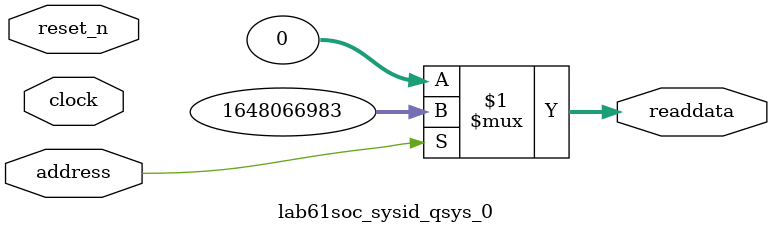
<source format=v>



// synthesis translate_off
`timescale 1ns / 1ps
// synthesis translate_on

// turn off superfluous verilog processor warnings 
// altera message_level Level1 
// altera message_off 10034 10035 10036 10037 10230 10240 10030 

module lab61soc_sysid_qsys_0 (
               // inputs:
                address,
                clock,
                reset_n,

               // outputs:
                readdata
             )
;

  output  [ 31: 0] readdata;
  input            address;
  input            clock;
  input            reset_n;

  wire    [ 31: 0] readdata;
  //control_slave, which is an e_avalon_slave
  assign readdata = address ? 1648066983 : 0;

endmodule



</source>
